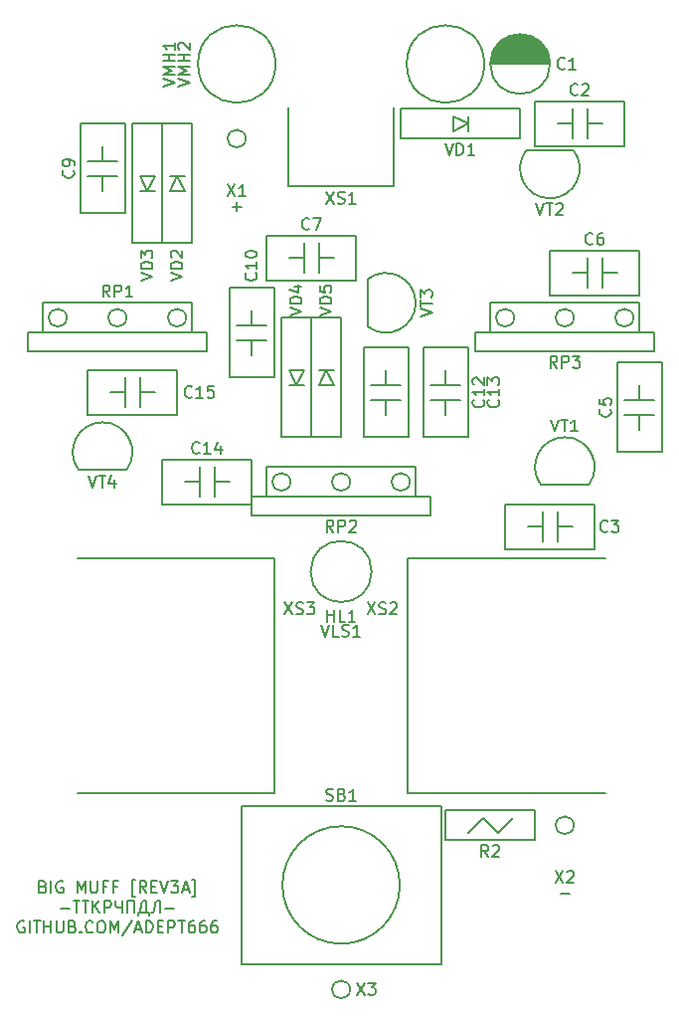
<source format=gbr>
G04 #@! TF.GenerationSoftware,KiCad,Pcbnew,5.1.6-c6e7f7d~87~ubuntu19.10.1*
G04 #@! TF.CreationDate,2022-03-29T21:19:22+06:00*
G04 #@! TF.ProjectId,big_muff_r3a_nyc,6269675f-6d75-4666-965f-7233615f6e79,3A*
G04 #@! TF.SameCoordinates,Original*
G04 #@! TF.FileFunction,Legend,Top*
G04 #@! TF.FilePolarity,Positive*
%FSLAX46Y46*%
G04 Gerber Fmt 4.6, Leading zero omitted, Abs format (unit mm)*
G04 Created by KiCad (PCBNEW 5.1.6-c6e7f7d~87~ubuntu19.10.1) date 2022-03-29 21:19:22*
%MOMM*%
%LPD*%
G01*
G04 APERTURE LIST*
%ADD10C,0.200000*%
G04 APERTURE END LIST*
D10*
X124079047Y-168346428D02*
X124840952Y-168346428D01*
X96139047Y-109926428D02*
X96900952Y-109926428D01*
X96520000Y-110307380D02*
X96520000Y-109545476D01*
X80026666Y-167773571D02*
X80169523Y-167821190D01*
X80217142Y-167868809D01*
X80264761Y-167964047D01*
X80264761Y-168106904D01*
X80217142Y-168202142D01*
X80169523Y-168249761D01*
X80074285Y-168297380D01*
X79693333Y-168297380D01*
X79693333Y-167297380D01*
X80026666Y-167297380D01*
X80121904Y-167345000D01*
X80169523Y-167392619D01*
X80217142Y-167487857D01*
X80217142Y-167583095D01*
X80169523Y-167678333D01*
X80121904Y-167725952D01*
X80026666Y-167773571D01*
X79693333Y-167773571D01*
X80693333Y-168297380D02*
X80693333Y-167297380D01*
X81693333Y-167345000D02*
X81598095Y-167297380D01*
X81455238Y-167297380D01*
X81312380Y-167345000D01*
X81217142Y-167440238D01*
X81169523Y-167535476D01*
X81121904Y-167725952D01*
X81121904Y-167868809D01*
X81169523Y-168059285D01*
X81217142Y-168154523D01*
X81312380Y-168249761D01*
X81455238Y-168297380D01*
X81550476Y-168297380D01*
X81693333Y-168249761D01*
X81740952Y-168202142D01*
X81740952Y-167868809D01*
X81550476Y-167868809D01*
X82931428Y-168297380D02*
X82931428Y-167297380D01*
X83264761Y-168011666D01*
X83598095Y-167297380D01*
X83598095Y-168297380D01*
X84074285Y-167297380D02*
X84074285Y-168106904D01*
X84121904Y-168202142D01*
X84169523Y-168249761D01*
X84264761Y-168297380D01*
X84455238Y-168297380D01*
X84550476Y-168249761D01*
X84598095Y-168202142D01*
X84645714Y-168106904D01*
X84645714Y-167297380D01*
X85455238Y-167773571D02*
X85121904Y-167773571D01*
X85121904Y-168297380D02*
X85121904Y-167297380D01*
X85598095Y-167297380D01*
X86312380Y-167773571D02*
X85979047Y-167773571D01*
X85979047Y-168297380D02*
X85979047Y-167297380D01*
X86455238Y-167297380D01*
X87883809Y-168630714D02*
X87645714Y-168630714D01*
X87645714Y-167202142D01*
X87883809Y-167202142D01*
X88836190Y-168297380D02*
X88502857Y-167821190D01*
X88264761Y-168297380D02*
X88264761Y-167297380D01*
X88645714Y-167297380D01*
X88740952Y-167345000D01*
X88788571Y-167392619D01*
X88836190Y-167487857D01*
X88836190Y-167630714D01*
X88788571Y-167725952D01*
X88740952Y-167773571D01*
X88645714Y-167821190D01*
X88264761Y-167821190D01*
X89264761Y-167773571D02*
X89598095Y-167773571D01*
X89740952Y-168297380D02*
X89264761Y-168297380D01*
X89264761Y-167297380D01*
X89740952Y-167297380D01*
X90026666Y-167297380D02*
X90360000Y-168297380D01*
X90693333Y-167297380D01*
X90931428Y-167297380D02*
X91550476Y-167297380D01*
X91217142Y-167678333D01*
X91360000Y-167678333D01*
X91455238Y-167725952D01*
X91502857Y-167773571D01*
X91550476Y-167868809D01*
X91550476Y-168106904D01*
X91502857Y-168202142D01*
X91455238Y-168249761D01*
X91360000Y-168297380D01*
X91074285Y-168297380D01*
X90979047Y-168249761D01*
X90931428Y-168202142D01*
X91931428Y-168011666D02*
X92407619Y-168011666D01*
X91836190Y-168297380D02*
X92169523Y-167297380D01*
X92502857Y-168297380D01*
X92740952Y-168630714D02*
X92979047Y-168630714D01*
X92979047Y-167202142D01*
X92740952Y-167202142D01*
X81502857Y-169616428D02*
X82264761Y-169616428D01*
X82598095Y-168997380D02*
X83169523Y-168997380D01*
X82883809Y-169997380D02*
X82883809Y-168997380D01*
X83360000Y-168997380D02*
X83931428Y-168997380D01*
X83645714Y-169997380D02*
X83645714Y-168997380D01*
X84264761Y-169997380D02*
X84264761Y-168997380D01*
X84836190Y-169997380D02*
X84407619Y-169425952D01*
X84836190Y-168997380D02*
X84264761Y-169568809D01*
X85264761Y-169997380D02*
X85264761Y-168997380D01*
X85645714Y-168997380D01*
X85740952Y-169045000D01*
X85788571Y-169092619D01*
X85836190Y-169187857D01*
X85836190Y-169330714D01*
X85788571Y-169425952D01*
X85740952Y-169473571D01*
X85645714Y-169521190D01*
X85264761Y-169521190D01*
X86740952Y-168997380D02*
X86740952Y-169997380D01*
X86217142Y-168997380D02*
X86217142Y-169378333D01*
X86264761Y-169473571D01*
X86312380Y-169521190D01*
X86407619Y-169568809D01*
X86740952Y-169568809D01*
X87217142Y-169997380D02*
X87217142Y-168997380D01*
X87788571Y-168997380D01*
X87788571Y-169997380D01*
X89026666Y-170235476D02*
X89026666Y-169997380D01*
X88169523Y-169997380D01*
X88169523Y-170235476D01*
X88836190Y-169997380D02*
X88836190Y-168997380D01*
X88598095Y-168997380D01*
X88502857Y-169045000D01*
X88455238Y-169092619D01*
X88407619Y-169187857D01*
X88312380Y-169997380D01*
X89979047Y-169997380D02*
X89979047Y-168997380D01*
X89836190Y-168997380D01*
X89693333Y-169045000D01*
X89598095Y-169140238D01*
X89550476Y-169283095D01*
X89455238Y-169854523D01*
X89407619Y-169949761D01*
X89312380Y-169997380D01*
X89264761Y-169997380D01*
X90455238Y-169616428D02*
X91217142Y-169616428D01*
X78407619Y-170745000D02*
X78312380Y-170697380D01*
X78169523Y-170697380D01*
X78026666Y-170745000D01*
X77931428Y-170840238D01*
X77883809Y-170935476D01*
X77836190Y-171125952D01*
X77836190Y-171268809D01*
X77883809Y-171459285D01*
X77931428Y-171554523D01*
X78026666Y-171649761D01*
X78169523Y-171697380D01*
X78264761Y-171697380D01*
X78407619Y-171649761D01*
X78455238Y-171602142D01*
X78455238Y-171268809D01*
X78264761Y-171268809D01*
X78883809Y-171697380D02*
X78883809Y-170697380D01*
X79217142Y-170697380D02*
X79788571Y-170697380D01*
X79502857Y-171697380D02*
X79502857Y-170697380D01*
X80121904Y-171697380D02*
X80121904Y-170697380D01*
X80121904Y-171173571D02*
X80693333Y-171173571D01*
X80693333Y-171697380D02*
X80693333Y-170697380D01*
X81169523Y-170697380D02*
X81169523Y-171506904D01*
X81217142Y-171602142D01*
X81264761Y-171649761D01*
X81360000Y-171697380D01*
X81550476Y-171697380D01*
X81645714Y-171649761D01*
X81693333Y-171602142D01*
X81740952Y-171506904D01*
X81740952Y-170697380D01*
X82550476Y-171173571D02*
X82693333Y-171221190D01*
X82740952Y-171268809D01*
X82788571Y-171364047D01*
X82788571Y-171506904D01*
X82740952Y-171602142D01*
X82693333Y-171649761D01*
X82598095Y-171697380D01*
X82217142Y-171697380D01*
X82217142Y-170697380D01*
X82550476Y-170697380D01*
X82645714Y-170745000D01*
X82693333Y-170792619D01*
X82740952Y-170887857D01*
X82740952Y-170983095D01*
X82693333Y-171078333D01*
X82645714Y-171125952D01*
X82550476Y-171173571D01*
X82217142Y-171173571D01*
X83217142Y-171602142D02*
X83264761Y-171649761D01*
X83217142Y-171697380D01*
X83169523Y-171649761D01*
X83217142Y-171602142D01*
X83217142Y-171697380D01*
X84264761Y-171602142D02*
X84217142Y-171649761D01*
X84074285Y-171697380D01*
X83979047Y-171697380D01*
X83836190Y-171649761D01*
X83740952Y-171554523D01*
X83693333Y-171459285D01*
X83645714Y-171268809D01*
X83645714Y-171125952D01*
X83693333Y-170935476D01*
X83740952Y-170840238D01*
X83836190Y-170745000D01*
X83979047Y-170697380D01*
X84074285Y-170697380D01*
X84217142Y-170745000D01*
X84264761Y-170792619D01*
X84883809Y-170697380D02*
X85074285Y-170697380D01*
X85169523Y-170745000D01*
X85264761Y-170840238D01*
X85312380Y-171030714D01*
X85312380Y-171364047D01*
X85264761Y-171554523D01*
X85169523Y-171649761D01*
X85074285Y-171697380D01*
X84883809Y-171697380D01*
X84788571Y-171649761D01*
X84693333Y-171554523D01*
X84645714Y-171364047D01*
X84645714Y-171030714D01*
X84693333Y-170840238D01*
X84788571Y-170745000D01*
X84883809Y-170697380D01*
X85740952Y-171697380D02*
X85740952Y-170697380D01*
X86074285Y-171411666D01*
X86407619Y-170697380D01*
X86407619Y-171697380D01*
X87598095Y-170649761D02*
X86740952Y-171935476D01*
X87883809Y-171411666D02*
X88360000Y-171411666D01*
X87788571Y-171697380D02*
X88121904Y-170697380D01*
X88455238Y-171697380D01*
X88788571Y-171697380D02*
X88788571Y-170697380D01*
X89026666Y-170697380D01*
X89169523Y-170745000D01*
X89264761Y-170840238D01*
X89312380Y-170935476D01*
X89360000Y-171125952D01*
X89360000Y-171268809D01*
X89312380Y-171459285D01*
X89264761Y-171554523D01*
X89169523Y-171649761D01*
X89026666Y-171697380D01*
X88788571Y-171697380D01*
X89788571Y-171173571D02*
X90121904Y-171173571D01*
X90264761Y-171697380D02*
X89788571Y-171697380D01*
X89788571Y-170697380D01*
X90264761Y-170697380D01*
X90693333Y-171697380D02*
X90693333Y-170697380D01*
X91074285Y-170697380D01*
X91169523Y-170745000D01*
X91217142Y-170792619D01*
X91264761Y-170887857D01*
X91264761Y-171030714D01*
X91217142Y-171125952D01*
X91169523Y-171173571D01*
X91074285Y-171221190D01*
X90693333Y-171221190D01*
X91550476Y-170697380D02*
X92121904Y-170697380D01*
X91836190Y-171697380D02*
X91836190Y-170697380D01*
X92883809Y-170697380D02*
X92693333Y-170697380D01*
X92598095Y-170745000D01*
X92550476Y-170792619D01*
X92455238Y-170935476D01*
X92407619Y-171125952D01*
X92407619Y-171506904D01*
X92455238Y-171602142D01*
X92502857Y-171649761D01*
X92598095Y-171697380D01*
X92788571Y-171697380D01*
X92883809Y-171649761D01*
X92931428Y-171602142D01*
X92979047Y-171506904D01*
X92979047Y-171268809D01*
X92931428Y-171173571D01*
X92883809Y-171125952D01*
X92788571Y-171078333D01*
X92598095Y-171078333D01*
X92502857Y-171125952D01*
X92455238Y-171173571D01*
X92407619Y-171268809D01*
X93836190Y-170697380D02*
X93645714Y-170697380D01*
X93550476Y-170745000D01*
X93502857Y-170792619D01*
X93407619Y-170935476D01*
X93360000Y-171125952D01*
X93360000Y-171506904D01*
X93407619Y-171602142D01*
X93455238Y-171649761D01*
X93550476Y-171697380D01*
X93740952Y-171697380D01*
X93836190Y-171649761D01*
X93883809Y-171602142D01*
X93931428Y-171506904D01*
X93931428Y-171268809D01*
X93883809Y-171173571D01*
X93836190Y-171125952D01*
X93740952Y-171078333D01*
X93550476Y-171078333D01*
X93455238Y-171125952D01*
X93407619Y-171173571D01*
X93360000Y-171268809D01*
X94788571Y-170697380D02*
X94598095Y-170697380D01*
X94502857Y-170745000D01*
X94455238Y-170792619D01*
X94360000Y-170935476D01*
X94312380Y-171125952D01*
X94312380Y-171506904D01*
X94360000Y-171602142D01*
X94407619Y-171649761D01*
X94502857Y-171697380D01*
X94693333Y-171697380D01*
X94788571Y-171649761D01*
X94836190Y-171602142D01*
X94883809Y-171506904D01*
X94883809Y-171268809D01*
X94836190Y-171173571D01*
X94788571Y-171125952D01*
X94693333Y-171078333D01*
X94502857Y-171078333D01*
X94407619Y-171125952D01*
X94360000Y-171173571D01*
X94312380Y-171268809D01*
X111252000Y-133350000D02*
G75*
G03*
X111252000Y-133350000I-762000J0D01*
G01*
X106172000Y-133350000D02*
G75*
G03*
X106172000Y-133350000I-762000J0D01*
G01*
X101092000Y-133350000D02*
G75*
G03*
X101092000Y-133350000I-762000J0D01*
G01*
X113030000Y-134620000D02*
X113030000Y-136220000D01*
X97790000Y-134620000D02*
X97790000Y-136220000D01*
X111760000Y-132080000D02*
X111760000Y-134620000D01*
X99060000Y-132080000D02*
X99060000Y-134620000D01*
X97790000Y-136220000D02*
X113030000Y-136220000D01*
X97790000Y-134620000D02*
X113030000Y-134620000D01*
X99060000Y-132080000D02*
X111760000Y-132080000D01*
X130302000Y-119380000D02*
G75*
G03*
X130302000Y-119380000I-762000J0D01*
G01*
X125222000Y-119380000D02*
G75*
G03*
X125222000Y-119380000I-762000J0D01*
G01*
X120142000Y-119380000D02*
G75*
G03*
X120142000Y-119380000I-762000J0D01*
G01*
X132080000Y-120650000D02*
X132080000Y-122250000D01*
X116840000Y-120650000D02*
X116840000Y-122250000D01*
X130810000Y-118110000D02*
X130810000Y-120650000D01*
X118110000Y-118110000D02*
X118110000Y-120650000D01*
X116840000Y-122250000D02*
X132080000Y-122250000D01*
X116840000Y-120650000D02*
X132080000Y-120650000D01*
X118110000Y-118110000D02*
X130810000Y-118110000D01*
X92202000Y-119380000D02*
G75*
G03*
X92202000Y-119380000I-762000J0D01*
G01*
X87122000Y-119380000D02*
G75*
G03*
X87122000Y-119380000I-762000J0D01*
G01*
X82042000Y-119380000D02*
G75*
G03*
X82042000Y-119380000I-762000J0D01*
G01*
X93980000Y-120650000D02*
X93980000Y-122250000D01*
X78740000Y-120650000D02*
X78740000Y-122250000D01*
X92710000Y-118110000D02*
X92710000Y-120650000D01*
X80010000Y-118110000D02*
X80010000Y-120650000D01*
X78740000Y-122250000D02*
X93980000Y-122250000D01*
X78740000Y-120650000D02*
X93980000Y-120650000D01*
X80010000Y-118110000D02*
X92710000Y-118110000D01*
X97282000Y-104140000D02*
G75*
G03*
X97282000Y-104140000I-762000J0D01*
G01*
X125222000Y-162560000D02*
G75*
G03*
X125222000Y-162560000I-762000J0D01*
G01*
X106172000Y-176530000D02*
G75*
G03*
X106172000Y-176530000I-762000J0D01*
G01*
X125221250Y-105155000D02*
X121158750Y-105155000D01*
X125221250Y-105155000D02*
G75*
G02*
X121158750Y-105155000I-2031250J-1525000D01*
G01*
X107695000Y-116078750D02*
X107695000Y-120141250D01*
X107695000Y-116078750D02*
G75*
G02*
X107695000Y-120141250I1525000J-2031250D01*
G01*
X122428750Y-133605000D02*
X126491250Y-133605000D01*
X122428750Y-133605000D02*
G75*
G02*
X126491250Y-133605000I2031250J1525000D01*
G01*
X83058750Y-132335000D02*
X87121250Y-132335000D01*
X83058750Y-132335000D02*
G75*
G02*
X87121250Y-132335000I2031250J1525000D01*
G01*
X89535000Y-108585000D02*
X88265000Y-108585000D01*
X88265000Y-107315000D02*
X88900000Y-108585000D01*
X89535000Y-107315000D02*
X88900000Y-108585000D01*
X89535000Y-107315000D02*
X88265000Y-107315000D01*
X90170000Y-113030000D02*
X87630000Y-113030000D01*
X90170000Y-102870000D02*
X87630000Y-102870000D01*
X87630000Y-102870000D02*
X87630000Y-113030000D01*
X90170000Y-102870000D02*
X90170000Y-113030000D01*
X90805000Y-107315000D02*
X92075000Y-107315000D01*
X92075000Y-108585000D02*
X91440000Y-107315000D01*
X90805000Y-108585000D02*
X91440000Y-107315000D01*
X90805000Y-108585000D02*
X92075000Y-108585000D01*
X90170000Y-102870000D02*
X92710000Y-102870000D01*
X90170000Y-113030000D02*
X92710000Y-113030000D01*
X92710000Y-113030000D02*
X92710000Y-102870000D01*
X90170000Y-113030000D02*
X90170000Y-102870000D01*
X102235000Y-125095000D02*
X100965000Y-125095000D01*
X100965000Y-123825000D02*
X101600000Y-125095000D01*
X102235000Y-123825000D02*
X101600000Y-125095000D01*
X102235000Y-123825000D02*
X100965000Y-123825000D01*
X102870000Y-129540000D02*
X100330000Y-129540000D01*
X102870000Y-119380000D02*
X100330000Y-119380000D01*
X100330000Y-119380000D02*
X100330000Y-129540000D01*
X102870000Y-119380000D02*
X102870000Y-129540000D01*
X103505000Y-123825000D02*
X104775000Y-123825000D01*
X104775000Y-125095000D02*
X104140000Y-123825000D01*
X103505000Y-125095000D02*
X104140000Y-123825000D01*
X103505000Y-125095000D02*
X104775000Y-125095000D01*
X102870000Y-119380000D02*
X105410000Y-119380000D01*
X102870000Y-129540000D02*
X105410000Y-129540000D01*
X105410000Y-129540000D02*
X105410000Y-119380000D01*
X102870000Y-129540000D02*
X102870000Y-119380000D01*
X121920000Y-100965000D02*
X129540000Y-100965000D01*
X121920000Y-104775000D02*
X129540000Y-104775000D01*
X121920000Y-100965000D02*
X121920000Y-104775000D01*
X129540000Y-100965000D02*
X129540000Y-104775000D01*
X123825000Y-102870000D02*
X125095000Y-102870000D01*
X126365000Y-102870000D02*
X127635000Y-102870000D01*
X125095000Y-101600000D02*
X125095000Y-104140000D01*
X126365000Y-101600000D02*
X126365000Y-104140000D01*
X111125000Y-121920000D02*
X111125000Y-129540000D01*
X107315000Y-121920000D02*
X107315000Y-129540000D01*
X111125000Y-121920000D02*
X107315000Y-121920000D01*
X111125000Y-129540000D02*
X107315000Y-129540000D01*
X109220000Y-123825000D02*
X109220000Y-125095000D01*
X109220000Y-126365000D02*
X109220000Y-127635000D01*
X110490000Y-125095000D02*
X107950000Y-125095000D01*
X110490000Y-126365000D02*
X107950000Y-126365000D01*
X112395000Y-129540000D02*
X112395000Y-121920000D01*
X116205000Y-129540000D02*
X116205000Y-121920000D01*
X112395000Y-129540000D02*
X116205000Y-129540000D01*
X112395000Y-121920000D02*
X116205000Y-121920000D01*
X114300000Y-127635000D02*
X114300000Y-126365000D01*
X114300000Y-125095000D02*
X114300000Y-123825000D01*
X113030000Y-126365000D02*
X115570000Y-126365000D01*
X113030000Y-125095000D02*
X115570000Y-125095000D01*
X123190000Y-113665000D02*
X130810000Y-113665000D01*
X123190000Y-117475000D02*
X130810000Y-117475000D01*
X123190000Y-113665000D02*
X123190000Y-117475000D01*
X130810000Y-113665000D02*
X130810000Y-117475000D01*
X125095000Y-115570000D02*
X126365000Y-115570000D01*
X127635000Y-115570000D02*
X128905000Y-115570000D01*
X126365000Y-114300000D02*
X126365000Y-116840000D01*
X127635000Y-114300000D02*
X127635000Y-116840000D01*
X129540000Y-126365000D02*
X132080000Y-126365000D01*
X129540000Y-127635000D02*
X132080000Y-127635000D01*
X130810000Y-126365000D02*
X130810000Y-125095000D01*
X130810000Y-128905000D02*
X130810000Y-127635000D01*
X128905000Y-123190000D02*
X132715000Y-123190000D01*
X128905000Y-130810000D02*
X132715000Y-130810000D01*
X132715000Y-130810000D02*
X132715000Y-123190000D01*
X128905000Y-130810000D02*
X128905000Y-123190000D01*
X119380000Y-135255000D02*
X127000000Y-135255000D01*
X119380000Y-139065000D02*
X127000000Y-139065000D01*
X119380000Y-135255000D02*
X119380000Y-139065000D01*
X127000000Y-135255000D02*
X127000000Y-139065000D01*
X121285000Y-137160000D02*
X122555000Y-137160000D01*
X123825000Y-137160000D02*
X125095000Y-137160000D01*
X122555000Y-135890000D02*
X122555000Y-138430000D01*
X123825000Y-135890000D02*
X123825000Y-138430000D01*
X93345000Y-134620000D02*
X93345000Y-132080000D01*
X94615000Y-134620000D02*
X94615000Y-132080000D01*
X93345000Y-133350000D02*
X92075000Y-133350000D01*
X95885000Y-133350000D02*
X94615000Y-133350000D01*
X90170000Y-135255000D02*
X90170000Y-131445000D01*
X97790000Y-135255000D02*
X97790000Y-131445000D01*
X97790000Y-131445000D02*
X90170000Y-131445000D01*
X97790000Y-135255000D02*
X90170000Y-135255000D01*
X83820000Y-123825000D02*
X91440000Y-123825000D01*
X83820000Y-127635000D02*
X91440000Y-127635000D01*
X83820000Y-123825000D02*
X83820000Y-127635000D01*
X91440000Y-123825000D02*
X91440000Y-127635000D01*
X85725000Y-125730000D02*
X86995000Y-125730000D01*
X88265000Y-125730000D02*
X89535000Y-125730000D01*
X86995000Y-124460000D02*
X86995000Y-127000000D01*
X88265000Y-124460000D02*
X88265000Y-127000000D01*
X99695000Y-116840000D02*
X99695000Y-124460000D01*
X95885000Y-116840000D02*
X95885000Y-124460000D01*
X99695000Y-116840000D02*
X95885000Y-116840000D01*
X99695000Y-124460000D02*
X95885000Y-124460000D01*
X97790000Y-118745000D02*
X97790000Y-120015000D01*
X97790000Y-121285000D02*
X97790000Y-122555000D01*
X99060000Y-120015000D02*
X96520000Y-120015000D01*
X99060000Y-121285000D02*
X96520000Y-121285000D01*
X102235000Y-115570000D02*
X102235000Y-113030000D01*
X103505000Y-115570000D02*
X103505000Y-113030000D01*
X102235000Y-114300000D02*
X100965000Y-114300000D01*
X104775000Y-114300000D02*
X103505000Y-114300000D01*
X99060000Y-116205000D02*
X99060000Y-112395000D01*
X106680000Y-116205000D02*
X106680000Y-112395000D01*
X106680000Y-112395000D02*
X99060000Y-112395000D01*
X106680000Y-116205000D02*
X99060000Y-116205000D01*
X86995000Y-102870000D02*
X86995000Y-110490000D01*
X83185000Y-102870000D02*
X83185000Y-110490000D01*
X86995000Y-102870000D02*
X83185000Y-102870000D01*
X86995000Y-110490000D02*
X83185000Y-110490000D01*
X85090000Y-104775000D02*
X85090000Y-106045000D01*
X85090000Y-107315000D02*
X85090000Y-108585000D01*
X86360000Y-106045000D02*
X83820000Y-106045000D01*
X86360000Y-107315000D02*
X83820000Y-107315000D01*
X116205000Y-102235000D02*
X116205000Y-103505000D01*
X114935000Y-103505000D02*
X116205000Y-102870000D01*
X114935000Y-102235000D02*
X116205000Y-102870000D01*
X114935000Y-102235000D02*
X114935000Y-103505000D01*
X120650000Y-101600000D02*
X120650000Y-104140000D01*
X110490000Y-101600000D02*
X110490000Y-104140000D01*
X110490000Y-104140000D02*
X120650000Y-104140000D01*
X110490000Y-101600000D02*
X120650000Y-101600000D01*
X121920000Y-163830000D02*
X114300000Y-163830000D01*
X121920000Y-161290000D02*
X114300000Y-161290000D01*
X121920000Y-163830000D02*
X121920000Y-161290000D01*
X114300000Y-163830000D02*
X114300000Y-161290000D01*
X120015000Y-161925000D02*
X118745000Y-163195000D01*
X118745000Y-163195000D02*
X117475000Y-161925000D01*
X117475000Y-161925000D02*
X116205000Y-163195000D01*
X123190000Y-97790000D02*
G75*
G03*
X123190000Y-97790000I-2540000J0D01*
G01*
G36*
X118110000Y-97790000D02*
G01*
X118237000Y-97028000D01*
X118999000Y-95885000D01*
X120650000Y-95250000D01*
X122301000Y-95885000D01*
X123063000Y-97028000D01*
X123190000Y-97790000D01*
X118110000Y-97790000D01*
G37*
X118110000Y-97790000D02*
X118237000Y-97028000D01*
X118999000Y-95885000D01*
X120650000Y-95250000D01*
X122301000Y-95885000D01*
X123063000Y-97028000D01*
X123190000Y-97790000D01*
X118110000Y-97790000D01*
X108010000Y-140970000D02*
G75*
G03*
X108010000Y-140970000I-2600000J0D01*
G01*
X110410000Y-167640000D02*
G75*
G03*
X110410000Y-167640000I-5000000J0D01*
G01*
X96910000Y-160890000D02*
X113910000Y-160890000D01*
X96910000Y-174390000D02*
X113910000Y-174390000D01*
X96910000Y-160890000D02*
X96910000Y-174390000D01*
X113910000Y-160890000D02*
X113910000Y-174390000D01*
X99740000Y-139860000D02*
X99740000Y-159860000D01*
X99740000Y-139860000D02*
X82940000Y-139860000D01*
X99740000Y-159860000D02*
X82940000Y-159860000D01*
X111080000Y-159860000D02*
X111080000Y-139860000D01*
X111080000Y-159860000D02*
X127880000Y-159860000D01*
X111080000Y-139860000D02*
X127880000Y-139860000D01*
X100910000Y-108180000D02*
X100910000Y-101480000D01*
X109910000Y-108180000D02*
X109910000Y-101480000D01*
X109910000Y-108180000D02*
X100910000Y-108180000D01*
X117602000Y-97790000D02*
G75*
G03*
X117602000Y-97790000I-3302000J0D01*
G01*
X99822000Y-97790000D02*
G75*
G03*
X99822000Y-97790000I-3302000J0D01*
G01*
X104743333Y-137612380D02*
X104410000Y-137136190D01*
X104171904Y-137612380D02*
X104171904Y-136612380D01*
X104552857Y-136612380D01*
X104648095Y-136660000D01*
X104695714Y-136707619D01*
X104743333Y-136802857D01*
X104743333Y-136945714D01*
X104695714Y-137040952D01*
X104648095Y-137088571D01*
X104552857Y-137136190D01*
X104171904Y-137136190D01*
X105171904Y-137612380D02*
X105171904Y-136612380D01*
X105552857Y-136612380D01*
X105648095Y-136660000D01*
X105695714Y-136707619D01*
X105743333Y-136802857D01*
X105743333Y-136945714D01*
X105695714Y-137040952D01*
X105648095Y-137088571D01*
X105552857Y-137136190D01*
X105171904Y-137136190D01*
X106124285Y-136707619D02*
X106171904Y-136660000D01*
X106267142Y-136612380D01*
X106505238Y-136612380D01*
X106600476Y-136660000D01*
X106648095Y-136707619D01*
X106695714Y-136802857D01*
X106695714Y-136898095D01*
X106648095Y-137040952D01*
X106076666Y-137612380D01*
X106695714Y-137612380D01*
X123793333Y-123642380D02*
X123460000Y-123166190D01*
X123221904Y-123642380D02*
X123221904Y-122642380D01*
X123602857Y-122642380D01*
X123698095Y-122690000D01*
X123745714Y-122737619D01*
X123793333Y-122832857D01*
X123793333Y-122975714D01*
X123745714Y-123070952D01*
X123698095Y-123118571D01*
X123602857Y-123166190D01*
X123221904Y-123166190D01*
X124221904Y-123642380D02*
X124221904Y-122642380D01*
X124602857Y-122642380D01*
X124698095Y-122690000D01*
X124745714Y-122737619D01*
X124793333Y-122832857D01*
X124793333Y-122975714D01*
X124745714Y-123070952D01*
X124698095Y-123118571D01*
X124602857Y-123166190D01*
X124221904Y-123166190D01*
X125126666Y-122642380D02*
X125745714Y-122642380D01*
X125412380Y-123023333D01*
X125555238Y-123023333D01*
X125650476Y-123070952D01*
X125698095Y-123118571D01*
X125745714Y-123213809D01*
X125745714Y-123451904D01*
X125698095Y-123547142D01*
X125650476Y-123594761D01*
X125555238Y-123642380D01*
X125269523Y-123642380D01*
X125174285Y-123594761D01*
X125126666Y-123547142D01*
X85693333Y-117609880D02*
X85360000Y-117133690D01*
X85121904Y-117609880D02*
X85121904Y-116609880D01*
X85502857Y-116609880D01*
X85598095Y-116657500D01*
X85645714Y-116705119D01*
X85693333Y-116800357D01*
X85693333Y-116943214D01*
X85645714Y-117038452D01*
X85598095Y-117086071D01*
X85502857Y-117133690D01*
X85121904Y-117133690D01*
X86121904Y-117609880D02*
X86121904Y-116609880D01*
X86502857Y-116609880D01*
X86598095Y-116657500D01*
X86645714Y-116705119D01*
X86693333Y-116800357D01*
X86693333Y-116943214D01*
X86645714Y-117038452D01*
X86598095Y-117086071D01*
X86502857Y-117133690D01*
X86121904Y-117133690D01*
X87645714Y-117609880D02*
X87074285Y-117609880D01*
X87360000Y-117609880D02*
X87360000Y-116609880D01*
X87264761Y-116752738D01*
X87169523Y-116847976D01*
X87074285Y-116895595D01*
X95710476Y-108037380D02*
X96377142Y-109037380D01*
X96377142Y-108037380D02*
X95710476Y-109037380D01*
X97281904Y-109037380D02*
X96710476Y-109037380D01*
X96996190Y-109037380D02*
X96996190Y-108037380D01*
X96900952Y-108180238D01*
X96805714Y-108275476D01*
X96710476Y-108323095D01*
X123650476Y-166457380D02*
X124317142Y-167457380D01*
X124317142Y-166457380D02*
X123650476Y-167457380D01*
X124650476Y-166552619D02*
X124698095Y-166505000D01*
X124793333Y-166457380D01*
X125031428Y-166457380D01*
X125126666Y-166505000D01*
X125174285Y-166552619D01*
X125221904Y-166647857D01*
X125221904Y-166743095D01*
X125174285Y-166885952D01*
X124602857Y-167457380D01*
X125221904Y-167457380D01*
X106762357Y-175982380D02*
X107429023Y-176982380D01*
X107429023Y-175982380D02*
X106762357Y-176982380D01*
X107714738Y-175982380D02*
X108333785Y-175982380D01*
X108000452Y-176363333D01*
X108143309Y-176363333D01*
X108238547Y-176410952D01*
X108286166Y-176458571D01*
X108333785Y-176553809D01*
X108333785Y-176791904D01*
X108286166Y-176887142D01*
X108238547Y-176934761D01*
X108143309Y-176982380D01*
X107857595Y-176982380D01*
X107762357Y-176934761D01*
X107714738Y-176887142D01*
X121999523Y-109624880D02*
X122332857Y-110624880D01*
X122666190Y-109624880D01*
X122856666Y-109624880D02*
X123428095Y-109624880D01*
X123142380Y-110624880D02*
X123142380Y-109624880D01*
X123713809Y-109720119D02*
X123761428Y-109672500D01*
X123856666Y-109624880D01*
X124094761Y-109624880D01*
X124190000Y-109672500D01*
X124237619Y-109720119D01*
X124285238Y-109815357D01*
X124285238Y-109910595D01*
X124237619Y-110053452D01*
X123666190Y-110624880D01*
X124285238Y-110624880D01*
X112164880Y-119300476D02*
X113164880Y-118967142D01*
X112164880Y-118633809D01*
X112164880Y-118443333D02*
X112164880Y-117871904D01*
X113164880Y-118157619D02*
X112164880Y-118157619D01*
X112164880Y-117633809D02*
X112164880Y-117014761D01*
X112545833Y-117348095D01*
X112545833Y-117205238D01*
X112593452Y-117110000D01*
X112641071Y-117062380D01*
X112736309Y-117014761D01*
X112974404Y-117014761D01*
X113069642Y-117062380D01*
X113117261Y-117110000D01*
X113164880Y-117205238D01*
X113164880Y-117490952D01*
X113117261Y-117586190D01*
X113069642Y-117633809D01*
X123269523Y-128039880D02*
X123602857Y-129039880D01*
X123936190Y-128039880D01*
X124126666Y-128039880D02*
X124698095Y-128039880D01*
X124412380Y-129039880D02*
X124412380Y-128039880D01*
X125555238Y-129039880D02*
X124983809Y-129039880D01*
X125269523Y-129039880D02*
X125269523Y-128039880D01*
X125174285Y-128182738D01*
X125079047Y-128277976D01*
X124983809Y-128325595D01*
X83899523Y-132802380D02*
X84232857Y-133802380D01*
X84566190Y-132802380D01*
X84756666Y-132802380D02*
X85328095Y-132802380D01*
X85042380Y-133802380D02*
X85042380Y-132802380D01*
X86090000Y-133135714D02*
X86090000Y-133802380D01*
X85851904Y-132754761D02*
X85613809Y-133469047D01*
X86232857Y-133469047D01*
X88352380Y-116191785D02*
X89352380Y-115858452D01*
X88352380Y-115525119D01*
X89352380Y-115191785D02*
X88352380Y-115191785D01*
X88352380Y-114953690D01*
X88400000Y-114810833D01*
X88495238Y-114715595D01*
X88590476Y-114667976D01*
X88780952Y-114620357D01*
X88923809Y-114620357D01*
X89114285Y-114667976D01*
X89209523Y-114715595D01*
X89304761Y-114810833D01*
X89352380Y-114953690D01*
X89352380Y-115191785D01*
X88352380Y-114287023D02*
X88352380Y-113667976D01*
X88733333Y-114001309D01*
X88733333Y-113858452D01*
X88780952Y-113763214D01*
X88828571Y-113715595D01*
X88923809Y-113667976D01*
X89161904Y-113667976D01*
X89257142Y-113715595D01*
X89304761Y-113763214D01*
X89352380Y-113858452D01*
X89352380Y-114144166D01*
X89304761Y-114239404D01*
X89257142Y-114287023D01*
X90892380Y-116191785D02*
X91892380Y-115858452D01*
X90892380Y-115525119D01*
X91892380Y-115191785D02*
X90892380Y-115191785D01*
X90892380Y-114953690D01*
X90940000Y-114810833D01*
X91035238Y-114715595D01*
X91130476Y-114667976D01*
X91320952Y-114620357D01*
X91463809Y-114620357D01*
X91654285Y-114667976D01*
X91749523Y-114715595D01*
X91844761Y-114810833D01*
X91892380Y-114953690D01*
X91892380Y-115191785D01*
X90987619Y-114239404D02*
X90940000Y-114191785D01*
X90892380Y-114096547D01*
X90892380Y-113858452D01*
X90940000Y-113763214D01*
X90987619Y-113715595D01*
X91082857Y-113667976D01*
X91178095Y-113667976D01*
X91320952Y-113715595D01*
X91892380Y-114287023D01*
X91892380Y-113667976D01*
X101052380Y-119154761D02*
X102052380Y-118821428D01*
X101052380Y-118488095D01*
X102052380Y-118154761D02*
X101052380Y-118154761D01*
X101052380Y-117916666D01*
X101100000Y-117773809D01*
X101195238Y-117678571D01*
X101290476Y-117630952D01*
X101480952Y-117583333D01*
X101623809Y-117583333D01*
X101814285Y-117630952D01*
X101909523Y-117678571D01*
X102004761Y-117773809D01*
X102052380Y-117916666D01*
X102052380Y-118154761D01*
X101385714Y-116726190D02*
X102052380Y-116726190D01*
X101004761Y-116964285D02*
X101719047Y-117202380D01*
X101719047Y-116583333D01*
X103592380Y-119154761D02*
X104592380Y-118821428D01*
X103592380Y-118488095D01*
X104592380Y-118154761D02*
X103592380Y-118154761D01*
X103592380Y-117916666D01*
X103640000Y-117773809D01*
X103735238Y-117678571D01*
X103830476Y-117630952D01*
X104020952Y-117583333D01*
X104163809Y-117583333D01*
X104354285Y-117630952D01*
X104449523Y-117678571D01*
X104544761Y-117773809D01*
X104592380Y-117916666D01*
X104592380Y-118154761D01*
X103592380Y-116678571D02*
X103592380Y-117154761D01*
X104068571Y-117202380D01*
X104020952Y-117154761D01*
X103973333Y-117059523D01*
X103973333Y-116821428D01*
X104020952Y-116726190D01*
X104068571Y-116678571D01*
X104163809Y-116630952D01*
X104401904Y-116630952D01*
X104497142Y-116678571D01*
X104544761Y-116726190D01*
X104592380Y-116821428D01*
X104592380Y-117059523D01*
X104544761Y-117154761D01*
X104497142Y-117202380D01*
X125563333Y-100369642D02*
X125515714Y-100417261D01*
X125372857Y-100464880D01*
X125277619Y-100464880D01*
X125134761Y-100417261D01*
X125039523Y-100322023D01*
X124991904Y-100226785D01*
X124944285Y-100036309D01*
X124944285Y-99893452D01*
X124991904Y-99702976D01*
X125039523Y-99607738D01*
X125134761Y-99512500D01*
X125277619Y-99464880D01*
X125372857Y-99464880D01*
X125515714Y-99512500D01*
X125563333Y-99560119D01*
X125944285Y-99560119D02*
X125991904Y-99512500D01*
X126087142Y-99464880D01*
X126325238Y-99464880D01*
X126420476Y-99512500D01*
X126468095Y-99560119D01*
X126515714Y-99655357D01*
X126515714Y-99750595D01*
X126468095Y-99893452D01*
X125896666Y-100464880D01*
X126515714Y-100464880D01*
X117514642Y-126372857D02*
X117562261Y-126420476D01*
X117609880Y-126563333D01*
X117609880Y-126658571D01*
X117562261Y-126801428D01*
X117467023Y-126896666D01*
X117371785Y-126944285D01*
X117181309Y-126991904D01*
X117038452Y-126991904D01*
X116847976Y-126944285D01*
X116752738Y-126896666D01*
X116657500Y-126801428D01*
X116609880Y-126658571D01*
X116609880Y-126563333D01*
X116657500Y-126420476D01*
X116705119Y-126372857D01*
X117609880Y-125420476D02*
X117609880Y-125991904D01*
X117609880Y-125706190D02*
X116609880Y-125706190D01*
X116752738Y-125801428D01*
X116847976Y-125896666D01*
X116895595Y-125991904D01*
X116705119Y-125039523D02*
X116657500Y-124991904D01*
X116609880Y-124896666D01*
X116609880Y-124658571D01*
X116657500Y-124563333D01*
X116705119Y-124515714D01*
X116800357Y-124468095D01*
X116895595Y-124468095D01*
X117038452Y-124515714D01*
X117609880Y-125087142D01*
X117609880Y-124468095D01*
X118784642Y-126372857D02*
X118832261Y-126420476D01*
X118879880Y-126563333D01*
X118879880Y-126658571D01*
X118832261Y-126801428D01*
X118737023Y-126896666D01*
X118641785Y-126944285D01*
X118451309Y-126991904D01*
X118308452Y-126991904D01*
X118117976Y-126944285D01*
X118022738Y-126896666D01*
X117927500Y-126801428D01*
X117879880Y-126658571D01*
X117879880Y-126563333D01*
X117927500Y-126420476D01*
X117975119Y-126372857D01*
X118879880Y-125420476D02*
X118879880Y-125991904D01*
X118879880Y-125706190D02*
X117879880Y-125706190D01*
X118022738Y-125801428D01*
X118117976Y-125896666D01*
X118165595Y-125991904D01*
X117879880Y-125087142D02*
X117879880Y-124468095D01*
X118260833Y-124801428D01*
X118260833Y-124658571D01*
X118308452Y-124563333D01*
X118356071Y-124515714D01*
X118451309Y-124468095D01*
X118689404Y-124468095D01*
X118784642Y-124515714D01*
X118832261Y-124563333D01*
X118879880Y-124658571D01*
X118879880Y-124944285D01*
X118832261Y-125039523D01*
X118784642Y-125087142D01*
X126833333Y-113069642D02*
X126785714Y-113117261D01*
X126642857Y-113164880D01*
X126547619Y-113164880D01*
X126404761Y-113117261D01*
X126309523Y-113022023D01*
X126261904Y-112926785D01*
X126214285Y-112736309D01*
X126214285Y-112593452D01*
X126261904Y-112402976D01*
X126309523Y-112307738D01*
X126404761Y-112212500D01*
X126547619Y-112164880D01*
X126642857Y-112164880D01*
X126785714Y-112212500D01*
X126833333Y-112260119D01*
X127690476Y-112164880D02*
X127500000Y-112164880D01*
X127404761Y-112212500D01*
X127357142Y-112260119D01*
X127261904Y-112402976D01*
X127214285Y-112593452D01*
X127214285Y-112974404D01*
X127261904Y-113069642D01*
X127309523Y-113117261D01*
X127404761Y-113164880D01*
X127595238Y-113164880D01*
X127690476Y-113117261D01*
X127738095Y-113069642D01*
X127785714Y-112974404D01*
X127785714Y-112736309D01*
X127738095Y-112641071D01*
X127690476Y-112593452D01*
X127595238Y-112545833D01*
X127404761Y-112545833D01*
X127309523Y-112593452D01*
X127261904Y-112641071D01*
X127214285Y-112736309D01*
X128309642Y-127166666D02*
X128357261Y-127214285D01*
X128404880Y-127357142D01*
X128404880Y-127452380D01*
X128357261Y-127595238D01*
X128262023Y-127690476D01*
X128166785Y-127738095D01*
X127976309Y-127785714D01*
X127833452Y-127785714D01*
X127642976Y-127738095D01*
X127547738Y-127690476D01*
X127452500Y-127595238D01*
X127404880Y-127452380D01*
X127404880Y-127357142D01*
X127452500Y-127214285D01*
X127500119Y-127166666D01*
X127404880Y-126261904D02*
X127404880Y-126738095D01*
X127881071Y-126785714D01*
X127833452Y-126738095D01*
X127785833Y-126642857D01*
X127785833Y-126404761D01*
X127833452Y-126309523D01*
X127881071Y-126261904D01*
X127976309Y-126214285D01*
X128214404Y-126214285D01*
X128309642Y-126261904D01*
X128357261Y-126309523D01*
X128404880Y-126404761D01*
X128404880Y-126642857D01*
X128357261Y-126738095D01*
X128309642Y-126785714D01*
X128103333Y-137517142D02*
X128055714Y-137564761D01*
X127912857Y-137612380D01*
X127817619Y-137612380D01*
X127674761Y-137564761D01*
X127579523Y-137469523D01*
X127531904Y-137374285D01*
X127484285Y-137183809D01*
X127484285Y-137040952D01*
X127531904Y-136850476D01*
X127579523Y-136755238D01*
X127674761Y-136660000D01*
X127817619Y-136612380D01*
X127912857Y-136612380D01*
X128055714Y-136660000D01*
X128103333Y-136707619D01*
X128436666Y-136612380D02*
X129055714Y-136612380D01*
X128722380Y-136993333D01*
X128865238Y-136993333D01*
X128960476Y-137040952D01*
X129008095Y-137088571D01*
X129055714Y-137183809D01*
X129055714Y-137421904D01*
X129008095Y-137517142D01*
X128960476Y-137564761D01*
X128865238Y-137612380D01*
X128579523Y-137612380D01*
X128484285Y-137564761D01*
X128436666Y-137517142D01*
X93337142Y-130849642D02*
X93289523Y-130897261D01*
X93146666Y-130944880D01*
X93051428Y-130944880D01*
X92908571Y-130897261D01*
X92813333Y-130802023D01*
X92765714Y-130706785D01*
X92718095Y-130516309D01*
X92718095Y-130373452D01*
X92765714Y-130182976D01*
X92813333Y-130087738D01*
X92908571Y-129992500D01*
X93051428Y-129944880D01*
X93146666Y-129944880D01*
X93289523Y-129992500D01*
X93337142Y-130040119D01*
X94289523Y-130944880D02*
X93718095Y-130944880D01*
X94003809Y-130944880D02*
X94003809Y-129944880D01*
X93908571Y-130087738D01*
X93813333Y-130182976D01*
X93718095Y-130230595D01*
X95146666Y-130278214D02*
X95146666Y-130944880D01*
X94908571Y-129897261D02*
X94670476Y-130611547D01*
X95289523Y-130611547D01*
X92697023Y-126087142D02*
X92649404Y-126134761D01*
X92506547Y-126182380D01*
X92411309Y-126182380D01*
X92268452Y-126134761D01*
X92173214Y-126039523D01*
X92125595Y-125944285D01*
X92077976Y-125753809D01*
X92077976Y-125610952D01*
X92125595Y-125420476D01*
X92173214Y-125325238D01*
X92268452Y-125230000D01*
X92411309Y-125182380D01*
X92506547Y-125182380D01*
X92649404Y-125230000D01*
X92697023Y-125277619D01*
X93649404Y-126182380D02*
X93077976Y-126182380D01*
X93363690Y-126182380D02*
X93363690Y-125182380D01*
X93268452Y-125325238D01*
X93173214Y-125420476D01*
X93077976Y-125468095D01*
X94554166Y-125182380D02*
X94077976Y-125182380D01*
X94030357Y-125658571D01*
X94077976Y-125610952D01*
X94173214Y-125563333D01*
X94411309Y-125563333D01*
X94506547Y-125610952D01*
X94554166Y-125658571D01*
X94601785Y-125753809D01*
X94601785Y-125991904D01*
X94554166Y-126087142D01*
X94506547Y-126134761D01*
X94411309Y-126182380D01*
X94173214Y-126182380D01*
X94077976Y-126134761D01*
X94030357Y-126087142D01*
X98147142Y-115582976D02*
X98194761Y-115630595D01*
X98242380Y-115773452D01*
X98242380Y-115868690D01*
X98194761Y-116011547D01*
X98099523Y-116106785D01*
X98004285Y-116154404D01*
X97813809Y-116202023D01*
X97670952Y-116202023D01*
X97480476Y-116154404D01*
X97385238Y-116106785D01*
X97290000Y-116011547D01*
X97242380Y-115868690D01*
X97242380Y-115773452D01*
X97290000Y-115630595D01*
X97337619Y-115582976D01*
X98242380Y-114630595D02*
X98242380Y-115202023D01*
X98242380Y-114916309D02*
X97242380Y-114916309D01*
X97385238Y-115011547D01*
X97480476Y-115106785D01*
X97528095Y-115202023D01*
X97242380Y-114011547D02*
X97242380Y-113916309D01*
X97290000Y-113821071D01*
X97337619Y-113773452D01*
X97432857Y-113725833D01*
X97623333Y-113678214D01*
X97861428Y-113678214D01*
X98051904Y-113725833D01*
X98147142Y-113773452D01*
X98194761Y-113821071D01*
X98242380Y-113916309D01*
X98242380Y-114011547D01*
X98194761Y-114106785D01*
X98147142Y-114154404D01*
X98051904Y-114202023D01*
X97861428Y-114249642D01*
X97623333Y-114249642D01*
X97432857Y-114202023D01*
X97337619Y-114154404D01*
X97290000Y-114106785D01*
X97242380Y-114011547D01*
X102703333Y-111799642D02*
X102655714Y-111847261D01*
X102512857Y-111894880D01*
X102417619Y-111894880D01*
X102274761Y-111847261D01*
X102179523Y-111752023D01*
X102131904Y-111656785D01*
X102084285Y-111466309D01*
X102084285Y-111323452D01*
X102131904Y-111132976D01*
X102179523Y-111037738D01*
X102274761Y-110942500D01*
X102417619Y-110894880D01*
X102512857Y-110894880D01*
X102655714Y-110942500D01*
X102703333Y-110990119D01*
X103036666Y-110894880D02*
X103703333Y-110894880D01*
X103274761Y-111894880D01*
X82589642Y-106846666D02*
X82637261Y-106894285D01*
X82684880Y-107037142D01*
X82684880Y-107132380D01*
X82637261Y-107275238D01*
X82542023Y-107370476D01*
X82446785Y-107418095D01*
X82256309Y-107465714D01*
X82113452Y-107465714D01*
X81922976Y-107418095D01*
X81827738Y-107370476D01*
X81732500Y-107275238D01*
X81684880Y-107132380D01*
X81684880Y-107037142D01*
X81732500Y-106894285D01*
X81780119Y-106846666D01*
X82684880Y-106370476D02*
X82684880Y-106180000D01*
X82637261Y-106084761D01*
X82589642Y-106037142D01*
X82446785Y-105941904D01*
X82256309Y-105894285D01*
X81875357Y-105894285D01*
X81780119Y-105941904D01*
X81732500Y-105989523D01*
X81684880Y-106084761D01*
X81684880Y-106275238D01*
X81732500Y-106370476D01*
X81780119Y-106418095D01*
X81875357Y-106465714D01*
X82113452Y-106465714D01*
X82208690Y-106418095D01*
X82256309Y-106370476D01*
X82303928Y-106275238D01*
X82303928Y-106084761D01*
X82256309Y-105989523D01*
X82208690Y-105941904D01*
X82113452Y-105894285D01*
X114260476Y-104544880D02*
X114593809Y-105544880D01*
X114927142Y-104544880D01*
X115260476Y-105544880D02*
X115260476Y-104544880D01*
X115498571Y-104544880D01*
X115641428Y-104592500D01*
X115736666Y-104687738D01*
X115784285Y-104782976D01*
X115831904Y-104973452D01*
X115831904Y-105116309D01*
X115784285Y-105306785D01*
X115736666Y-105402023D01*
X115641428Y-105497261D01*
X115498571Y-105544880D01*
X115260476Y-105544880D01*
X116784285Y-105544880D02*
X116212857Y-105544880D01*
X116498571Y-105544880D02*
X116498571Y-104544880D01*
X116403333Y-104687738D01*
X116308095Y-104782976D01*
X116212857Y-104830595D01*
X117943333Y-165234880D02*
X117610000Y-164758690D01*
X117371904Y-165234880D02*
X117371904Y-164234880D01*
X117752857Y-164234880D01*
X117848095Y-164282500D01*
X117895714Y-164330119D01*
X117943333Y-164425357D01*
X117943333Y-164568214D01*
X117895714Y-164663452D01*
X117848095Y-164711071D01*
X117752857Y-164758690D01*
X117371904Y-164758690D01*
X118324285Y-164330119D02*
X118371904Y-164282500D01*
X118467142Y-164234880D01*
X118705238Y-164234880D01*
X118800476Y-164282500D01*
X118848095Y-164330119D01*
X118895714Y-164425357D01*
X118895714Y-164520595D01*
X118848095Y-164663452D01*
X118276666Y-165234880D01*
X118895714Y-165234880D01*
X124447023Y-98147142D02*
X124399404Y-98194761D01*
X124256547Y-98242380D01*
X124161309Y-98242380D01*
X124018452Y-98194761D01*
X123923214Y-98099523D01*
X123875595Y-98004285D01*
X123827976Y-97813809D01*
X123827976Y-97670952D01*
X123875595Y-97480476D01*
X123923214Y-97385238D01*
X124018452Y-97290000D01*
X124161309Y-97242380D01*
X124256547Y-97242380D01*
X124399404Y-97290000D01*
X124447023Y-97337619D01*
X125399404Y-98242380D02*
X124827976Y-98242380D01*
X125113690Y-98242380D02*
X125113690Y-97242380D01*
X125018452Y-97385238D01*
X124923214Y-97480476D01*
X124827976Y-97528095D01*
X103719523Y-145502380D02*
X104052857Y-146502380D01*
X104386190Y-145502380D01*
X105195714Y-146502380D02*
X104719523Y-146502380D01*
X104719523Y-145502380D01*
X105481428Y-146454761D02*
X105624285Y-146502380D01*
X105862380Y-146502380D01*
X105957619Y-146454761D01*
X106005238Y-146407142D01*
X106052857Y-146311904D01*
X106052857Y-146216666D01*
X106005238Y-146121428D01*
X105957619Y-146073809D01*
X105862380Y-146026190D01*
X105671904Y-145978571D01*
X105576666Y-145930952D01*
X105529047Y-145883333D01*
X105481428Y-145788095D01*
X105481428Y-145692857D01*
X105529047Y-145597619D01*
X105576666Y-145550000D01*
X105671904Y-145502380D01*
X105910000Y-145502380D01*
X106052857Y-145550000D01*
X107005238Y-146502380D02*
X106433809Y-146502380D01*
X106719523Y-146502380D02*
X106719523Y-145502380D01*
X106624285Y-145645238D01*
X106529047Y-145740476D01*
X106433809Y-145788095D01*
X104243333Y-145232380D02*
X104243333Y-144232380D01*
X104243333Y-144708571D02*
X104814761Y-144708571D01*
X104814761Y-145232380D02*
X104814761Y-144232380D01*
X105767142Y-145232380D02*
X105290952Y-145232380D01*
X105290952Y-144232380D01*
X106624285Y-145232380D02*
X106052857Y-145232380D01*
X106338571Y-145232380D02*
X106338571Y-144232380D01*
X106243333Y-144375238D01*
X106148095Y-144470476D01*
X106052857Y-144518095D01*
X104148095Y-160424761D02*
X104290952Y-160472380D01*
X104529047Y-160472380D01*
X104624285Y-160424761D01*
X104671904Y-160377142D01*
X104719523Y-160281904D01*
X104719523Y-160186666D01*
X104671904Y-160091428D01*
X104624285Y-160043809D01*
X104529047Y-159996190D01*
X104338571Y-159948571D01*
X104243333Y-159900952D01*
X104195714Y-159853333D01*
X104148095Y-159758095D01*
X104148095Y-159662857D01*
X104195714Y-159567619D01*
X104243333Y-159520000D01*
X104338571Y-159472380D01*
X104576666Y-159472380D01*
X104719523Y-159520000D01*
X105481428Y-159948571D02*
X105624285Y-159996190D01*
X105671904Y-160043809D01*
X105719523Y-160139047D01*
X105719523Y-160281904D01*
X105671904Y-160377142D01*
X105624285Y-160424761D01*
X105529047Y-160472380D01*
X105148095Y-160472380D01*
X105148095Y-159472380D01*
X105481428Y-159472380D01*
X105576666Y-159520000D01*
X105624285Y-159567619D01*
X105671904Y-159662857D01*
X105671904Y-159758095D01*
X105624285Y-159853333D01*
X105576666Y-159900952D01*
X105481428Y-159948571D01*
X105148095Y-159948571D01*
X106671904Y-160472380D02*
X106100476Y-160472380D01*
X106386190Y-160472380D02*
X106386190Y-159472380D01*
X106290952Y-159615238D01*
X106195714Y-159710476D01*
X106100476Y-159758095D01*
X100602857Y-143597380D02*
X101269523Y-144597380D01*
X101269523Y-143597380D02*
X100602857Y-144597380D01*
X101602857Y-144549761D02*
X101745714Y-144597380D01*
X101983809Y-144597380D01*
X102079047Y-144549761D01*
X102126666Y-144502142D01*
X102174285Y-144406904D01*
X102174285Y-144311666D01*
X102126666Y-144216428D01*
X102079047Y-144168809D01*
X101983809Y-144121190D01*
X101793333Y-144073571D01*
X101698095Y-144025952D01*
X101650476Y-143978333D01*
X101602857Y-143883095D01*
X101602857Y-143787857D01*
X101650476Y-143692619D01*
X101698095Y-143645000D01*
X101793333Y-143597380D01*
X102031428Y-143597380D01*
X102174285Y-143645000D01*
X102507619Y-143597380D02*
X103126666Y-143597380D01*
X102793333Y-143978333D01*
X102936190Y-143978333D01*
X103031428Y-144025952D01*
X103079047Y-144073571D01*
X103126666Y-144168809D01*
X103126666Y-144406904D01*
X103079047Y-144502142D01*
X103031428Y-144549761D01*
X102936190Y-144597380D01*
X102650476Y-144597380D01*
X102555238Y-144549761D01*
X102507619Y-144502142D01*
X107645714Y-143597380D02*
X108312380Y-144597380D01*
X108312380Y-143597380D02*
X107645714Y-144597380D01*
X108645714Y-144549761D02*
X108788571Y-144597380D01*
X109026666Y-144597380D01*
X109121904Y-144549761D01*
X109169523Y-144502142D01*
X109217142Y-144406904D01*
X109217142Y-144311666D01*
X109169523Y-144216428D01*
X109121904Y-144168809D01*
X109026666Y-144121190D01*
X108836190Y-144073571D01*
X108740952Y-144025952D01*
X108693333Y-143978333D01*
X108645714Y-143883095D01*
X108645714Y-143787857D01*
X108693333Y-143692619D01*
X108740952Y-143645000D01*
X108836190Y-143597380D01*
X109074285Y-143597380D01*
X109217142Y-143645000D01*
X109598095Y-143692619D02*
X109645714Y-143645000D01*
X109740952Y-143597380D01*
X109979047Y-143597380D01*
X110074285Y-143645000D01*
X110121904Y-143692619D01*
X110169523Y-143787857D01*
X110169523Y-143883095D01*
X110121904Y-144025952D01*
X109550476Y-144597380D01*
X110169523Y-144597380D01*
X104124285Y-108672380D02*
X104790952Y-109672380D01*
X104790952Y-108672380D02*
X104124285Y-109672380D01*
X105124285Y-109624761D02*
X105267142Y-109672380D01*
X105505238Y-109672380D01*
X105600476Y-109624761D01*
X105648095Y-109577142D01*
X105695714Y-109481904D01*
X105695714Y-109386666D01*
X105648095Y-109291428D01*
X105600476Y-109243809D01*
X105505238Y-109196190D01*
X105314761Y-109148571D01*
X105219523Y-109100952D01*
X105171904Y-109053333D01*
X105124285Y-108958095D01*
X105124285Y-108862857D01*
X105171904Y-108767619D01*
X105219523Y-108720000D01*
X105314761Y-108672380D01*
X105552857Y-108672380D01*
X105695714Y-108720000D01*
X106648095Y-109672380D02*
X106076666Y-109672380D01*
X106362380Y-109672380D02*
X106362380Y-108672380D01*
X106267142Y-108815238D01*
X106171904Y-108910476D01*
X106076666Y-108958095D01*
X91527380Y-99694761D02*
X92527380Y-99361428D01*
X91527380Y-99028095D01*
X92527380Y-98694761D02*
X91527380Y-98694761D01*
X92241666Y-98361428D01*
X91527380Y-98028095D01*
X92527380Y-98028095D01*
X92527380Y-97551904D02*
X91527380Y-97551904D01*
X92003571Y-97551904D02*
X92003571Y-96980476D01*
X92527380Y-96980476D02*
X91527380Y-96980476D01*
X91622619Y-96551904D02*
X91575000Y-96504285D01*
X91527380Y-96409047D01*
X91527380Y-96170952D01*
X91575000Y-96075714D01*
X91622619Y-96028095D01*
X91717857Y-95980476D01*
X91813095Y-95980476D01*
X91955952Y-96028095D01*
X92527380Y-96599523D01*
X92527380Y-95980476D01*
X90257380Y-99694761D02*
X91257380Y-99361428D01*
X90257380Y-99028095D01*
X91257380Y-98694761D02*
X90257380Y-98694761D01*
X90971666Y-98361428D01*
X90257380Y-98028095D01*
X91257380Y-98028095D01*
X91257380Y-97551904D02*
X90257380Y-97551904D01*
X90733571Y-97551904D02*
X90733571Y-96980476D01*
X91257380Y-96980476D02*
X90257380Y-96980476D01*
X91257380Y-95980476D02*
X91257380Y-96551904D01*
X91257380Y-96266190D02*
X90257380Y-96266190D01*
X90400238Y-96361428D01*
X90495476Y-96456666D01*
X90543095Y-96551904D01*
M02*

</source>
